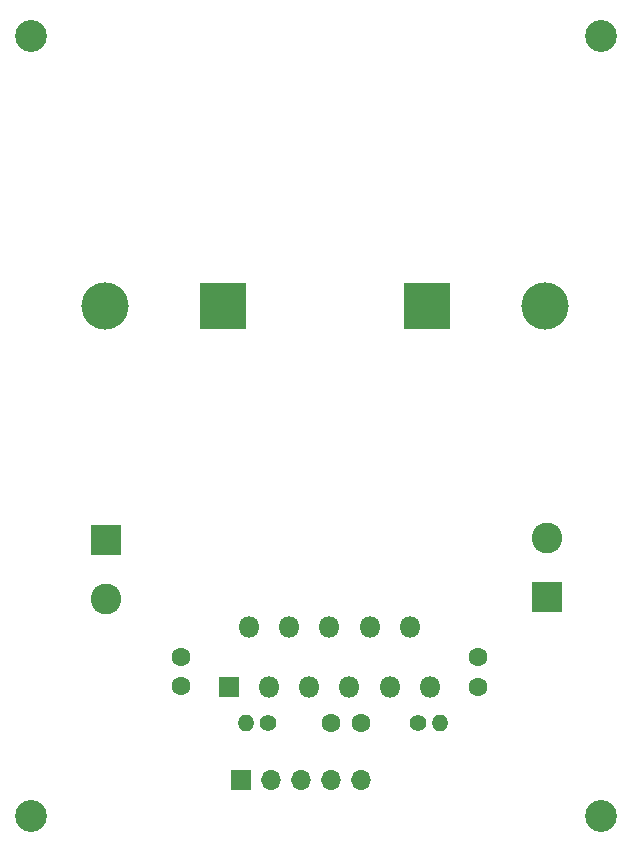
<source format=gts>
G04 #@! TF.GenerationSoftware,KiCad,Pcbnew,(5.1.10)-1*
G04 #@! TF.CreationDate,2021-11-01T20:38:17+03:00*
G04 #@! TF.ProjectId,cmd_module_booster,636d645f-6d6f-4647-956c-655f626f6f73,rev?*
G04 #@! TF.SameCoordinates,Original*
G04 #@! TF.FileFunction,Soldermask,Top*
G04 #@! TF.FilePolarity,Negative*
%FSLAX46Y46*%
G04 Gerber Fmt 4.6, Leading zero omitted, Abs format (unit mm)*
G04 Created by KiCad (PCBNEW (5.1.10)-1) date 2021-11-01 20:38:17*
%MOMM*%
%LPD*%
G01*
G04 APERTURE LIST*
%ADD10C,2.700000*%
%ADD11O,1.700000X1.700000*%
%ADD12R,1.700000X1.700000*%
%ADD13C,2.600000*%
%ADD14R,2.600000X2.600000*%
%ADD15C,4.000000*%
%ADD16R,4.000000X4.000000*%
%ADD17O,1.800000X1.800000*%
%ADD18R,1.800000X1.800000*%
%ADD19O,1.400000X1.400000*%
%ADD20C,1.400000*%
%ADD21C,1.600000*%
G04 APERTURE END LIST*
D10*
X139700000Y-160020000D03*
X139700000Y-93980000D03*
X91440000Y-160020000D03*
X91440000Y-93980000D03*
D11*
X119380000Y-156972000D03*
X116840000Y-156972000D03*
X114300000Y-156972000D03*
X111760000Y-156972000D03*
D12*
X109220000Y-156972000D03*
D13*
X135128000Y-136478000D03*
D14*
X135128000Y-141478000D03*
D15*
X97696000Y-116840000D03*
D16*
X107696000Y-116840000D03*
D15*
X134968000Y-116840000D03*
D16*
X124968000Y-116840000D03*
D17*
X125204000Y-149098000D03*
X123504000Y-144018000D03*
X121804000Y-149098000D03*
X120104000Y-144018000D03*
X118404000Y-149098000D03*
X116704000Y-144018000D03*
X115004000Y-149098000D03*
X113304000Y-144018000D03*
X111604000Y-149098000D03*
X109904000Y-144018000D03*
D18*
X108204000Y-149098000D03*
D19*
X109606000Y-152146000D03*
D20*
X111506000Y-152146000D03*
D19*
X126106000Y-152146000D03*
D20*
X124206000Y-152146000D03*
D13*
X97790000Y-141652000D03*
D14*
X97790000Y-136652000D03*
D21*
X129286000Y-146598000D03*
X129286000Y-149098000D03*
X104140000Y-149058000D03*
X104140000Y-146558000D03*
X119340000Y-152146000D03*
X116840000Y-152146000D03*
M02*

</source>
